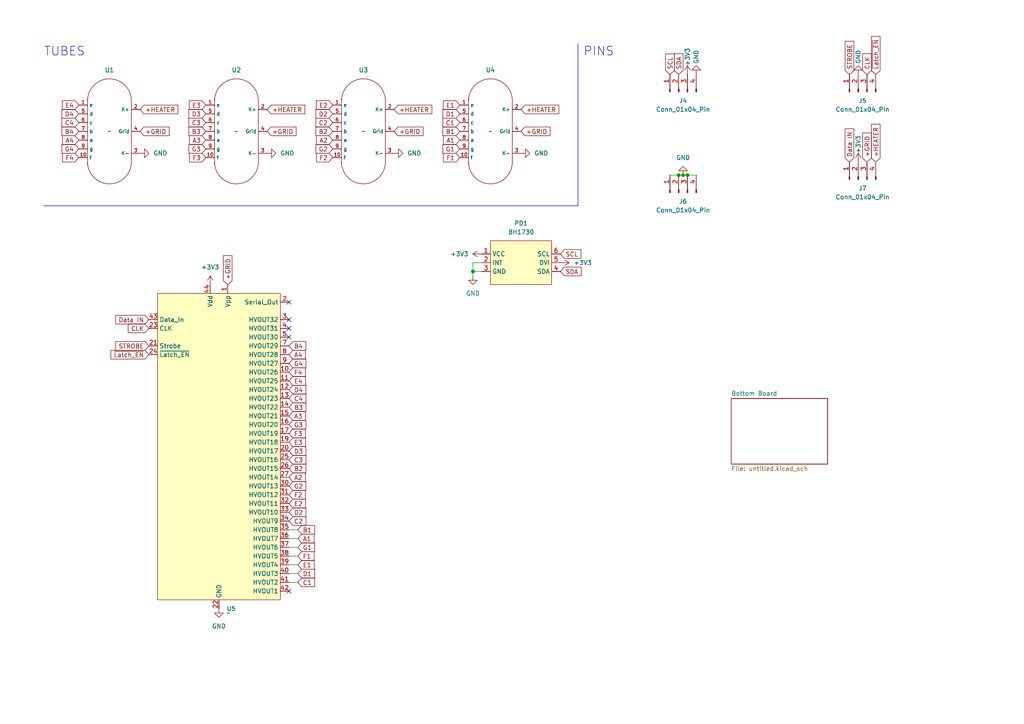
<source format=kicad_sch>
(kicad_sch (version 20231120) (generator "eeschema") (generator_version "8.0")
  (paper "A4")
  (lib_symbols
    (symbol "BH1730:BH1730"
      (property "Reference" "PD1" (at 0 11.43 0))
      (property "Value" "BH1730" (at 0 8.89 0))
      (symbol "BH1730_0_1"
        (rectangle (start -8.89 6.35) (end 8.89 -6.35) (fill (type background)))
      )
      (symbol "BH1730_1_1"
        (pin input line (at -11.43 2.54 0) (length 2.54) (name "VCC") (number "1"))
        (pin input line (at -11.43 0 0) (length 2.54) (name "INT") (number "2"))
        (pin input line (at -11.43 -2.54 0) (length 2.54) (name "GND") (number "3"))
        (pin input line (at 11.43 -2.54 180) (length 2.54) (name "SDA") (number "4"))
        (pin input line (at 11.43 0 180) (length 2.54) (name "DVI") (number "5"))
        (pin input line (at 11.43 2.54 180) (length 2.54) (name "SCL") (number "6"))
      )
    )
    (symbol "Connector:Conn_01x04_Pin" (pin_names (offset 1.016) hide)
      (property "Reference" "J" (at 0 5.08 0))
      (property "Value" "Conn_01x04_Pin" (at 0 -7.62 0))
      (symbol "Conn_01x04_Pin_1_1"
        (polyline (pts (xy 1.27 -5.08) (xy 0.8636 -5.08)) (stroke (width 0.1524)))
        (polyline (pts (xy 1.27 -2.54) (xy 0.8636 -2.54)) (stroke (width 0.1524)))
        (polyline (pts (xy 1.27 0) (xy 0.8636 0)) (stroke (width 0.1524)))
        (polyline (pts (xy 1.27 2.54) (xy 0.8636 2.54)) (stroke (width 0.1524)))
        (rectangle (start 0.8636 -4.953) (end 0 -5.207) (stroke (width 0.1524)) (fill (type outline)))
        (rectangle (start 0.8636 -2.413) (end 0 -2.667) (stroke (width 0.1524)) (fill (type outline)))
        (rectangle (start 0.8636 0.127) (end 0 -0.127) (stroke (width 0.1524)) (fill (type outline)))
        (rectangle (start 0.8636 2.667) (end 0 2.413) (stroke (width 0.1524)) (fill (type outline)))
        (pin passive line (at 5.08 2.54 180) (length 3.81) (name "Pin_1") (number "1"))
        (pin passive line (at 5.08 0 180) (length 3.81) (name "Pin_2") (number "2"))
        (pin passive line (at 5.08 -2.54 180) (length 3.81) (name "Pin_3") (number "3"))
        (pin passive line (at 5.08 -5.08 180) (length 3.81) (name "Pin_4") (number "4"))
      )
    )
    (symbol "GND_1" (power) (pin_numbers hide) (pin_names (offset 0) hide)
      (property "Value" "GND" (at 0 -3.81 0))
      (symbol "GND_1_0_1"
        (polyline (pts (xy 0 0) (xy 0 -1.27) (xy 1.27 -1.27) (xy 0 -2.54) (xy -1.27 -1.27) (xy 0 -1.27)))
      )
      (symbol "GND_1_1_1"
        (pin power_in line (at 0 0 270) (length 0) (name "~") (number "1"))
      )
    )
    (symbol "GND_2" (power) (pin_numbers hide) (pin_names (offset 0) hide)
      (property "Value" "GND" (at 0 -3.81 0))
      (symbol "GND_2_0_1"
        (polyline (pts (xy 0 0) (xy 0 -1.27) (xy 1.27 -1.27) (xy 0 -2.54) (xy -1.27 -1.27) (xy 0 -1.27)))
      )
      (symbol "GND_2_1_1"
        (pin power_in line (at 0 0 270) (length 0) (name "~") (number "1"))
      )
    )
    (symbol "IV-12_1"
      (property "Reference" "U1" (at 0 17.78 0))
      (property "Value" "~" (at 0 0 0))
      (symbol "IV-12_1_1_0"
        (polyline (pts (xy -6.35 -9.525) (xy -6.35 9.525)) (fill (type background)))
        (polyline (pts (xy 6.35 -8.89) (xy 6.35 8.89)) (fill (type background)))
      )
      (symbol "IV-12_1_1_1"
        (arc (start -6.35 -8.9177) (mid 0 -15.2401) (end 6.35 -8.9177))
        (arc (start 6.35 8.9177) (mid 0 15.2401) (end -6.35 8.9177))
        (pin passive line (at -8.89 7.62 0) (length 2.54) (name "e") (number "1"))
        (pin passive line (at -8.89 -7.62 0) (length 2.54) (name "f") (number "10"))
        (pin passive line (at 8.89 6.35 180) (length 2.54) (name "K+") (number "2"))
        (pin passive line (at 8.89 -6.35 180) (length 2.54) (name "K-") (number "3"))
        (pin passive line (at 8.89 0 180) (length 2.54) (name "Grid") (number "4"))
        (pin passive line (at -8.89 5.08 0) (length 2.54) (name "d") (number "5"))
        (pin passive line (at -8.89 2.54 0) (length 2.54) (name "c") (number "6"))
        (pin passive line (at -8.89 0 0) (length 2.54) (name "b") (number "7"))
        (pin passive line (at -8.89 -2.54 0) (length 2.54) (name "a") (number "8"))
        (pin passive line (at -8.89 -5.08 0) (length 2.54) (name "g") (number "9"))
      )
    )
    (symbol "IV-12_2"
      (property "Reference" "U2" (at 0 17.78 0))
      (property "Value" "~" (at 0 0 0))
      (symbol "IV-12_2_1_0"
        (polyline (pts (xy -6.35 -9.525) (xy -6.35 9.525)) (fill (type background)))
        (polyline (pts (xy 6.35 -8.89) (xy 6.35 8.89)) (fill (type background)))
      )
      (symbol "IV-12_2_1_1"
        (arc (start -6.35 -8.9177) (mid 0 -15.2401) (end 6.35 -8.9177))
        (arc (start 6.35 8.9177) (mid 0 15.2401) (end -6.35 8.9177))
        (pin passive line (at -8.89 7.62 0) (length 2.54) (name "e") (number "1"))
        (pin passive line (at -8.89 -7.62 0) (length 2.54) (name "f") (number "10"))
        (pin passive line (at 8.89 6.35 180) (length 2.54) (name "K+") (number "2"))
        (pin passive line (at 8.89 -6.35 180) (length 2.54) (name "K-") (number "3"))
        (pin passive line (at 8.89 0 180) (length 2.54) (name "Grid") (number "4"))
        (pin passive line (at -8.89 5.08 0) (length 2.54) (name "d") (number "5"))
        (pin passive line (at -8.89 2.54 0) (length 2.54) (name "c") (number "6"))
        (pin passive line (at -8.89 0 0) (length 2.54) (name "b") (number "7"))
        (pin passive line (at -8.89 -2.54 0) (length 2.54) (name "a") (number "8"))
        (pin passive line (at -8.89 -5.08 0) (length 2.54) (name "g") (number "9"))
      )
    )
    (symbol "IV-12_3"
      (property "Reference" "U3" (at 0 17.78 0))
      (property "Value" "~" (at 0 0 0))
      (symbol "IV-12_3_1_0"
        (polyline (pts (xy -6.35 -9.525) (xy -6.35 9.525)) (fill (type background)))
        (polyline (pts (xy 6.35 -8.89) (xy 6.35 8.89)) (fill (type background)))
      )
      (symbol "IV-12_3_1_1"
        (arc (start -6.35 -8.9177) (mid 0 -15.2401) (end 6.35 -8.9177))
        (arc (start 6.35 8.9177) (mid 0 15.2401) (end -6.35 8.9177))
        (pin passive line (at -8.89 7.62 0) (length 2.54) (name "e") (number "1"))
        (pin passive line (at -8.89 -7.62 0) (length 2.54) (name "f") (number "10"))
        (pin passive line (at 8.89 6.35 180) (length 2.54) (name "K+") (number "2"))
        (pin passive line (at 8.89 -6.35 180) (length 2.54) (name "K-") (number "3"))
        (pin passive line (at 8.89 0 180) (length 2.54) (name "Grid") (number "4"))
        (pin passive line (at -8.89 5.08 0) (length 2.54) (name "d") (number "5"))
        (pin passive line (at -8.89 2.54 0) (length 2.54) (name "c") (number "6"))
        (pin passive line (at -8.89 0 0) (length 2.54) (name "b") (number "7"))
        (pin passive line (at -8.89 -2.54 0) (length 2.54) (name "a") (number "8"))
        (pin passive line (at -8.89 -5.08 0) (length 2.54) (name "g") (number "9"))
      )
    )
    (symbol "Indicator_Tube:HV518"
      (property "Reference" "U5" (at 2.1941 -46.99 0))
      (property "Value" "~" (at 2.1941 -48.26 0))
      (symbol "HV518_1_1"
        (rectangle (start -17.78 44.45) (end 17.78 -44.45) (fill (type background)))
        (pin input line (at 2.54 46.99 270) (length 2.54) (name "Vpp") (number "1"))
        (pin input line (at 20.32 21.59 180) (length 2.54) (name "HVOUT26") (number "10"))
        (pin input line (at 20.32 19.05 180) (length 2.54) (name "HVOUT25") (number "11"))
        (pin input line (at 20.32 16.51 180) (length 2.54) (name "HVOUT24") (number "12"))
        (pin input line (at 20.32 13.97 180) (length 2.54) (name "HVOUT23") (number "13"))
        (pin input line (at 20.32 11.43 180) (length 2.54) (name "HVOUT22") (number "14"))
        (pin input line (at 20.32 8.89 180) (length 2.54) (name "HVOUT21") (number "15"))
        (pin input line (at 20.32 6.35 180) (length 2.54) (name "HVOUT20") (number "16"))
        (pin input line (at 20.32 3.81 180) (length 2.54) (name "HVOUT19") (number "17"))
        (pin input line (at 20.32 1.27 180) (length 2.54) (name "HVOUT18") (number "19"))
        (pin input line (at 20.32 41.91 180) (length 2.54) (name "Serial_Out") (number "2"))
        (pin input line (at 20.32 -1.27 180) (length 2.54) (name "HVOUT17") (number "20"))
        (pin input line (at -20.32 29.21 0) (length 2.54) (name "Strobe") (number "21"))
        (pin input line (at 0 -46.99 90) (length 2.54) (name "GND") (number "22"))
        (pin input line (at -20.32 34.29 0) (length 2.54) (name "CLK") (number "23"))
        (pin input line (at -20.32 26.67 0) (length 2.54) (name "~{Latch_EN}") (number "24"))
        (pin input line (at 20.32 -3.81 180) (length 2.54) (name "HVOUT16") (number "25"))
        (pin input line (at 20.32 -6.35 180) (length 2.54) (name "HVOUT15") (number "26"))
        (pin input line (at 20.32 -8.89 180) (length 2.54) (name "HVOUT14") (number "27"))
        (pin input line (at 20.32 36.83 180) (length 2.54) (name "HVOUT32") (number "3"))
        (pin input line (at 20.32 -11.43 180) (length 2.54) (name "HVOUT13") (number "30"))
        (pin input line (at 20.32 -13.97 180) (length 2.54) (name "HVOUT12") (number "31"))
        (pin input line (at 20.32 -16.51 180) (length 2.54) (name "HVOUT11") (number "32"))
        (pin input line (at 20.32 -19.05 180) (length 2.54) (name "HVOUT10") (number "33"))
        (pin input line (at 20.32 -21.59 180) (length 2.54) (name "HVOUT9") (number "34"))
        (pin input line (at 20.32 -24.13 180) (length 2.54) (name "HVOUT8") (number "35"))
        (pin input line (at 20.32 -26.67 180) (length 2.54) (name "HVOUT7") (number "36"))
        (pin input line (at 20.32 -29.21 180) (length 2.54) (name "HVOUT6") (number "37"))
        (pin input line (at 20.32 -31.75 180) (length 2.54) (name "HVOUT5") (number "38"))
        (pin input line (at 20.32 -34.29 180) (length 2.54) (name "HVOUT4") (number "39"))
        (pin input line (at 20.32 34.29 180) (length 2.54) (name "HVOUT31") (number "4"))
        (pin input line (at 20.32 -36.83 180) (length 2.54) (name "HVOUT3") (number "40"))
        (pin input line (at 20.32 -39.37 180) (length 2.54) (name "HVOUT2") (number "41"))
        (pin input line (at 20.32 -41.91 180) (length 2.54) (name "HVOUT1") (number "42"))
        (pin input line (at -20.32 36.83 0) (length 2.54) (name "Data_In") (number "43"))
        (pin input line (at -2.54 46.99 270) (length 2.54) (name "Vdd") (number "44"))
        (pin input line (at 20.32 31.75 180) (length 2.54) (name "HVOUT30") (number "5"))
        (pin input line (at 20.32 29.21 180) (length 2.54) (name "HVOUT29") (number "7"))
        (pin input line (at 20.32 26.67 180) (length 2.54) (name "HVOUT28") (number "8"))
        (pin input line (at 20.32 24.13 180) (length 2.54) (name "HVOUT27") (number "9"))
      )
    )
    (symbol "Indicator_Tube:IV-12"
      (property "Reference" "U4" (at 0 17.78 0))
      (property "Value" "~" (at 0 0 0))
      (symbol "IV-12_1_0"
        (polyline (pts (xy -6.35 -9.525) (xy -6.35 9.525)) (fill (type background)))
        (polyline (pts (xy 6.35 -8.89) (xy 6.35 8.89)) (fill (type background)))
      )
      (symbol "IV-12_1_1"
        (arc (start -6.35 -8.9177) (mid 0 -15.2401) (end 6.35 -8.9177))
        (arc (start 6.35 8.9177) (mid 0 15.2401) (end -6.35 8.9177))
        (pin passive line (at -8.89 7.62 0) (length 2.54) (name "e") (number "1"))
        (pin passive line (at -8.89 -7.62 0) (length 2.54) (name "f") (number "10"))
        (pin passive line (at 8.89 6.35 180) (length 2.54) (name "K+") (number "2"))
        (pin passive line (at 8.89 -6.35 180) (length 2.54) (name "K-") (number "3"))
        (pin passive line (at 8.89 0 180) (length 2.54) (name "Grid") (number "4"))
        (pin passive line (at -8.89 5.08 0) (length 2.54) (name "d") (number "5"))
        (pin passive line (at -8.89 2.54 0) (length 2.54) (name "c") (number "6"))
        (pin passive line (at -8.89 0 0) (length 2.54) (name "b") (number "7"))
        (pin passive line (at -8.89 -2.54 0) (length 2.54) (name "a") (number "8"))
        (pin passive line (at -8.89 -5.08 0) (length 2.54) (name "g") (number "9"))
      )
    )
    (symbol "power:+3V3" (power) (pin_names (offset 0))
      (property "Value" "+3V3" (at 0 3.556 0))
      (symbol "+3V3_0_1"
        (polyline (pts (xy -0.762 1.27) (xy 0 2.54)))
        (polyline (pts (xy 0 0) (xy 0 2.54)))
        (polyline (pts (xy 0 2.54) (xy 0.762 1.27)))
      )
      (symbol "+3V3_1_1"
        (pin power_in line (at 0 0 90) (length 0) hide (name "+3V3") (number "1"))
      )
    )
    (symbol "power:GND" (power) (pin_names (offset 0))
      (property "Value" "GND" (at 0 -3.81 0))
      (symbol "GND_0_1"
        (polyline (pts (xy 0 0) (xy 0 -1.27) (xy 1.27 -1.27) (xy 0 -2.54) (xy -1.27 -1.27) (xy 0 -1.27)))
      )
      (symbol "GND_1_1"
        (pin power_in line (at 0 0 270) (length 0) hide (name "GND") (number "1"))
      )
    )
  )
  (junction (at 199.39 50.8))
  (junction (at 137.16 78.74))
  (junction (at 198.12 50.8))
  (junction (at 196.85 50.8))
  (no_connect (at 83.82 95.25))
  (no_connect (at 83.82 87.63))
  (no_connect (at 83.82 92.71))
  (no_connect (at 83.82 97.79))
  (no_connect (at 83.82 171.45))
  (wire (pts (xy 83.82 166.37) (xy 86.36 166.37)))
  (wire (pts (xy 137.16 78.74) (xy 137.16 80.01)))
  (wire (pts (xy 198.12 50.8) (xy 199.39 50.8)))
  (wire (pts (xy 83.82 158.75) (xy 86.36 158.75)))
  (wire (pts (xy 83.82 153.67) (xy 86.36 153.67)))
  (wire (pts (xy 196.85 50.8) (xy 198.12 50.8)))
  (wire (pts (xy 194.31 50.8) (xy 196.85 50.8)))
  (wire (pts (xy 83.82 156.21) (xy 86.36 156.21)))
  (wire (pts (xy 83.82 168.91) (xy 86.36 168.91)))
  (wire (pts (xy 199.39 50.8) (xy 201.93 50.8)))
  (polyline (pts (xy 167.64 12.7) (xy 167.64 59.69)))
  (polyline (pts (xy 12.7 59.69) (xy 167.64 59.69)))
  (wire (pts (xy 137.16 76.2) (xy 137.16 78.74)))
  (wire (pts (xy 83.82 163.83) (xy 86.36 163.83)))
  (wire (pts (xy 139.7 76.2) (xy 137.16 76.2)))
  (wire (pts (xy 139.7 78.74) (xy 137.16 78.74)))
  (wire (pts (xy 83.82 161.29) (xy 86.36 161.29)))
  (text "TUBES" (at 12.7 16.51 0) (effects (font (size 2.54 2.54)) (justify left bottom)))
  (text "PINS" (at 169.164 16.51 0) (effects (font (size 2.54 2.54)) (justify left bottom)))
  (global_label "+HEATER" (shape input) (at 40.64 31.75 0) (property "Intersheetrefs" "${INTERSHEET_REFS}" (effects (hide yes))))
  (global_label "+GRID" (shape input) (at 77.47 38.1 0) (property "Intersheetrefs" "${INTERSHEET_REFS}" (effects (hide yes))))
  (global_label "D2" (shape input) (at 83.82 148.59 0) (property "Intersheetrefs" "${INTERSHEET_REFS}" (effects (hide yes))))
  (global_label "A1" (shape input) (at 86.36 156.21 0) (property "Intersheetrefs" "${INTERSHEET_REFS}" (effects (hide yes))))
  (global_label "+GRID" (shape input) (at 114.3 38.1 0) (property "Intersheetrefs" "${INTERSHEET_REFS}" (effects (hide yes))))
  (global_label "C4" (shape input) (at 22.86 35.56 180) (property "Intersheetrefs" "${INTERSHEET_REFS}" (effects (hide yes))))
  (global_label "SDA" (shape input) (at 196.85 21.59 90) (property "Intersheetrefs" "${INTERSHEET_REFS}" (effects (hide yes))))
  (global_label "F4" (shape input) (at 83.82 107.95 0) (property "Intersheetrefs" "${INTERSHEET_REFS}" (effects (hide yes))))
  (global_label "E4" (shape input) (at 83.82 110.49 0) (property "Intersheetrefs" "${INTERSHEET_REFS}" (effects (hide yes))))
  (global_label "CLK" (shape input) (at 251.46 21.59 90) (property "Intersheetrefs" "${INTERSHEET_REFS}" (effects (hide yes))))
  (global_label "F2" (shape input) (at 96.52 45.72 180) (property "Intersheetrefs" "${INTERSHEET_REFS}" (effects (hide yes))))
  (global_label "G1" (shape input) (at 133.35 43.18 180) (property "Intersheetrefs" "${INTERSHEET_REFS}" (effects (hide yes))))
  (global_label "B1" (shape input) (at 133.35 38.1 180) (property "Intersheetrefs" "${INTERSHEET_REFS}" (effects (hide yes))))
  (global_label "B4" (shape input) (at 83.82 100.33 0) (property "Intersheetrefs" "${INTERSHEET_REFS}" (effects (hide yes))))
  (global_label "E3" (shape input) (at 59.69 30.48 180) (property "Intersheetrefs" "${INTERSHEET_REFS}" (effects (hide yes))))
  (global_label "G4" (shape input) (at 83.82 105.41 0) (property "Intersheetrefs" "${INTERSHEET_REFS}" (effects (hide yes))))
  (global_label "G2" (shape input) (at 83.82 140.97 0) (property "Intersheetrefs" "${INTERSHEET_REFS}" (effects (hide yes))))
  (global_label "G3" (shape input) (at 83.82 123.19 0) (property "Intersheetrefs" "${INTERSHEET_REFS}" (effects (hide yes))))
  (global_label "E3" (shape input) (at 83.82 128.27 0) (property "Intersheetrefs" "${INTERSHEET_REFS}" (effects (hide yes))))
  (global_label "+HEATER" (shape input) (at 77.47 31.75 0) (property "Intersheetrefs" "${INTERSHEET_REFS}" (effects (hide yes))))
  (global_label "D1" (shape input) (at 133.35 33.02 180) (property "Intersheetrefs" "${INTERSHEET_REFS}" (effects (hide yes))))
  (global_label "E1" (shape input) (at 86.36 163.83 0) (property "Intersheetrefs" "${INTERSHEET_REFS}" (effects (hide yes))))
  (global_label "+GRID" (shape input) (at 151.13 38.1 0) (property "Intersheetrefs" "${INTERSHEET_REFS}" (effects (hide yes))))
  (global_label "D3" (shape input) (at 59.69 33.02 180) (property "Intersheetrefs" "${INTERSHEET_REFS}" (effects (hide yes))))
  (global_label "C3" (shape input) (at 83.82 133.35 0) (property "Intersheetrefs" "${INTERSHEET_REFS}" (effects (hide yes))))
  (global_label "F3" (shape input) (at 59.69 45.72 180) (property "Intersheetrefs" "${INTERSHEET_REFS}" (effects (hide yes))))
  (global_label "D4" (shape input) (at 83.82 113.03 0) (property "Intersheetrefs" "${INTERSHEET_REFS}" (effects (hide yes))))
  (global_label "B3" (shape input) (at 59.69 38.1 180) (property "Intersheetrefs" "${INTERSHEET_REFS}" (effects (hide yes))))
  (global_label "~{Latch_EN}" (shape input) (at 43.18 102.87 180) (property "Intersheetrefs" "${INTERSHEET_REFS}" (effects (hide yes))))
  (global_label "E2" (shape input) (at 83.82 146.05 0) (property "Intersheetrefs" "${INTERSHEET_REFS}" (effects (hide yes))))
  (global_label "D3" (shape input) (at 83.82 130.81 0) (property "Intersheetrefs" "${INTERSHEET_REFS}" (effects (hide yes))))
  (global_label "B3" (shape input) (at 83.82 118.11 0) (property "Intersheetrefs" "${INTERSHEET_REFS}" (effects (hide yes))))
  (global_label "F1" (shape input) (at 133.35 45.72 180) (property "Intersheetrefs" "${INTERSHEET_REFS}" (effects (hide yes))))
  (global_label "A2" (shape input) (at 96.52 40.64 180) (property "Intersheetrefs" "${INTERSHEET_REFS}" (effects (hide yes))))
  (global_label "G3" (shape input) (at 59.69 43.18 180) (property "Intersheetrefs" "${INTERSHEET_REFS}" (effects (hide yes))))
  (global_label "E2" (shape input) (at 96.52 30.48 180) (property "Intersheetrefs" "${INTERSHEET_REFS}" (effects (hide yes))))
  (global_label "F2" (shape input) (at 83.82 143.51 0) (property "Intersheetrefs" "${INTERSHEET_REFS}" (effects (hide yes))))
  (global_label "C4" (shape input) (at 83.82 115.57 0) (property "Intersheetrefs" "${INTERSHEET_REFS}" (effects (hide yes))))
  (global_label "C1" (shape input) (at 133.35 35.56 180) (property "Intersheetrefs" "${INTERSHEET_REFS}" (effects (hide yes))))
  (global_label "A3" (shape input) (at 83.82 120.65 0) (property "Intersheetrefs" "${INTERSHEET_REFS}" (effects (hide yes))))
  (global_label "CLK" (shape input) (at 43.18 95.25 180) (property "Intersheetrefs" "${INTERSHEET_REFS}" (effects (hide yes))))
  (global_label "A3" (shape input) (at 59.69 40.64 180) (property "Intersheetrefs" "${INTERSHEET_REFS}" (effects (hide yes))))
  (global_label "B2" (shape input) (at 96.52 38.1 180) (property "Intersheetrefs" "${INTERSHEET_REFS}" (effects (hide yes))))
  (global_label "F3" (shape input) (at 83.82 125.73 0) (property "Intersheetrefs" "${INTERSHEET_REFS}" (effects (hide yes))))
  (global_label "B1" (shape input) (at 86.36 153.67 0) (property "Intersheetrefs" "${INTERSHEET_REFS}" (effects (hide yes))))
  (global_label "Data IN" (shape input) (at 246.38 46.99 90) (property "Intersheetrefs" "${INTERSHEET_REFS}" (effects (hide yes))))
  (global_label "SDA" (shape input) (at 162.56 78.74 0) (property "Intersheetrefs" "${INTERSHEET_REFS}" (effects (hide yes))))
  (global_label "A2" (shape input) (at 83.82 138.43 0) (property "Intersheetrefs" "${INTERSHEET_REFS}" (effects (hide yes))))
  (global_label "+GRID" (shape input) (at 66.04 82.55 90) (property "Intersheetrefs" "${INTERSHEET_REFS}" (effects (hide yes))))
  (global_label "B2" (shape input) (at 83.82 135.89 0) (property "Intersheetrefs" "${INTERSHEET_REFS}" (effects (hide yes))))
  (global_label "F1" (shape input) (at 86.36 161.29 0) (property "Intersheetrefs" "${INTERSHEET_REFS}" (effects (hide yes))))
  (global_label "SCL" (shape input) (at 162.56 73.66 0) (property "Intersheetrefs" "${INTERSHEET_REFS}" (effects (hide yes))))
  (global_label "E1" (shape input) (at 133.35 30.48 180) (property "Intersheetrefs" "${INTERSHEET_REFS}" (effects (hide yes))))
  (global_label "G4" (shape input) (at 22.86 43.18 180) (property "Intersheetrefs" "${INTERSHEET_REFS}" (effects (hide yes))))
  (global_label "D2" (shape input) (at 96.52 33.02 180) (property "Intersheetrefs" "${INTERSHEET_REFS}" (effects (hide yes))))
  (global_label "B4" (shape input) (at 22.86 38.1 180) (property "Intersheetrefs" "${INTERSHEET_REFS}" (effects (hide yes))))
  (global_label "+GRID" (shape input) (at 251.46 46.99 90) (property "Intersheetrefs" "${INTERSHEET_REFS}" (effects (hide yes))))
  (global_label "C1" (shape input) (at 86.36 168.91 0) (property "Intersheetrefs" "${INTERSHEET_REFS}" (effects (hide yes))))
  (global_label "+HEATER" (shape input) (at 151.13 31.75 0) (property "Intersheetrefs" "${INTERSHEET_REFS}" (effects (hide yes))))
  (global_label "D4" (shape input) (at 22.86 33.02 180) (property "Intersheetrefs" "${INTERSHEET_REFS}" (effects (hide yes))))
  (global_label "STROBE" (shape input) (at 43.18 100.33 180) (property "Intersheetrefs" "${INTERSHEET_REFS}" (effects (hide yes))))
  (global_label "D1" (shape input) (at 86.36 166.37 0) (property "Intersheetrefs" "${INTERSHEET_REFS}" (effects (hide yes))))
  (global_label "+HEATER" (shape input) (at 254 46.99 90) (property "Intersheetrefs" "${INTERSHEET_REFS}" (effects (hide yes))))
  (global_label "F4" (shape input) (at 22.86 45.72 180) (property "Intersheetrefs" "${INTERSHEET_REFS}" (effects (hide yes))))
  (global_label "A4" (shape input) (at 22.86 40.64 180) (property "Intersheetrefs" "${INTERSHEET_REFS}" (effects (hide yes))))
  (global_label "Data IN" (shape input) (at 43.18 92.71 180) (property "Intersheetrefs" "${INTERSHEET_REFS}" (effects (hide yes))))
  (global_label "C3" (shape input) (at 59.69 35.56 180) (property "Intersheetrefs" "${INTERSHEET_REFS}" (effects (hide yes))))
  (global_label "+HEATER" (shape input) (at 114.3 31.75 0) (property "Intersheetrefs" "${INTERSHEET_REFS}" (effects (hide yes))))
  (global_label "SCL" (shape input) (at 194.31 21.59 90) (property "Intersheetrefs" "${INTERSHEET_REFS}" (effects (hide yes))))
  (global_label "STROBE" (shape input) (at 246.38 21.59 90) (property "Intersheetrefs" "${INTERSHEET_REFS}" (effects (hide yes))))
  (global_label "A4" (shape input) (at 83.82 102.87 0) (property "Intersheetrefs" "${INTERSHEET_REFS}" (effects (hide yes))))
  (global_label "G2" (shape input) (at 96.52 43.18 180) (property "Intersheetrefs" "${INTERSHEET_REFS}" (effects (hide yes))))
  (global_label "+GRID" (shape input) (at 40.64 38.1 0) (property "Intersheetrefs" "${INTERSHEET_REFS}" (effects (hide yes))))
  (global_label "A1" (shape input) (at 133.35 40.64 180) (property "Intersheetrefs" "${INTERSHEET_REFS}" (effects (hide yes))))
  (global_label "C2" (shape input) (at 83.82 151.13 0) (property "Intersheetrefs" "${INTERSHEET_REFS}" (effects (hide yes))))
  (global_label "C2" (shape input) (at 96.52 35.56 180) (property "Intersheetrefs" "${INTERSHEET_REFS}" (effects (hide yes))))
  (global_label "G1" (shape input) (at 86.36 158.75 0) (property "Intersheetrefs" "${INTERSHEET_REFS}" (effects (hide yes))))
  (global_label "E4" (shape input) (at 22.86 30.48 180) (property "Intersheetrefs" "${INTERSHEET_REFS}" (effects (hide yes))))
  (global_label "~{Latch_EN}" (shape input) (at 254 21.59 90) (property "Intersheetrefs" "${INTERSHEET_REFS}" (effects (hide yes))))
  (symbol (lib_id "Connector:Conn_01x04_Pin") (at 196.85 26.67 90) (unit 1)
    (property "Reference" "J4" (at 198.12 29.21 90))
    (property "Value" "Conn_01x04_Pin" (at 198.12 31.75 90))
    (property "Footprint" "Connector_PinHeader_2.54mm:PinHeader_1x04_P2.54mm_Vertical_SMD_Pin1Left" (effects (hide yes)))
  )
  (symbol (lib_id "power:GND") (at 114.3 44.45 90) (unit 1)
    (property "Reference" "#PWR04" (effects (hide yes)))
    (property "Value" "GND" (at 118.11 44.45 90) (effects (justify right)))
  )
  (symbol (lib_id "power:+3V3") (at 199.39 21.59 0) (unit 1)
    (property "Reference" "#PWR02" (effects (hide yes)))
    (property "Value" "+3V3" (at 199.39 16.51 90))
  )
  (symbol (lib_id "power:GND") (at 248.92 21.59 180) (unit 1)
    (property "Reference" "#PWR039" (effects (hide yes)))
    (property "Value" "GND" (at 248.92 16.51 90))
  )
  (symbol (lib_name "IV-12_2") (lib_id "Indicator_Tube:IV-12") (at 68.58 38.1 0) (unit 1)
    (property "Reference" "U2" (at 68.58 20.32 0))
    (property "Value" "~" (at 68.58 38.1 0))
    (property "Footprint" "Indicator-Tube:IV-12 (From Real Measurements)" (effects (hide yes)))
  )
  (symbol (lib_id "power:+3V3") (at 248.92 46.99 0) (mirror y) (unit 1)
    (property "Reference" "#PWR026" (effects (hide yes)))
    (property "Value" "+3V3" (at 248.92 41.91 90))
  )
  (symbol (lib_id "power:+3V3") (at 60.96 82.55 0) (unit 1)
    (property "Reference" "#PWR014" (effects (hide yes)))
    (property "Value" "+3V3" (at 60.96 77.47 0))
  )
  (symbol (lib_name "IV-12_3") (lib_id "Indicator_Tube:IV-12") (at 105.41 38.1 0) (unit 1)
    (property "Reference" "U3" (at 105.41 20.32 0))
    (property "Value" "~" (at 105.41 38.1 0))
    (property "Footprint" "Indicator-Tube:IV-12 (From Real Measurements)" (effects (hide yes)))
  )
  (symbol (lib_name "IV-12_1") (lib_id "Indicator_Tube:IV-12") (at 31.75 38.1 0) (unit 1)
    (property "Reference" "U1" (at 31.75 20.32 0))
    (property "Value" "~" (at 31.75 38.1 0))
    (property "Footprint" "Indicator-Tube:IV-12 (From Real Measurements)" (effects (hide yes)))
  )
  (symbol (lib_id "power:GND") (at 151.13 44.45 90) (unit 1)
    (property "Reference" "#PWR03" (effects (hide yes)))
    (property "Value" "GND" (at 154.94 44.45 90) (effects (justify right)))
  )
  (symbol (lib_id "Connector:Conn_01x04_Pin") (at 248.92 52.07 90) (unit 1)
    (property "Reference" "J7" (at 250.19 54.61 90))
    (property "Value" "Conn_01x04_Pin" (at 250.19 57.15 90))
    (property "Footprint" "Connector_PinHeader_2.54mm:PinHeader_1x04_P2.54mm_Vertical_SMD_Pin1Left" (effects (hide yes)))
  )
  (symbol (lib_id "Indicator_Tube:HV518") (at 63.5 129.54 0) (unit 1)
    (property "Reference" "U5" (at 65.6941 176.53 0) (effects (justify left)))
    (property "Value" "~" (at 65.6941 177.8 0) (effects (justify left)))
    (property "Footprint" "Package_LCC:PLCC-44" (effects (hide yes)))
  )
  (symbol (lib_id "power:+3V3") (at 139.7 73.66 90) (unit 1)
    (property "Reference" "#PWR011" (effects (hide yes)))
    (property "Value" "+3V3" (at 135.89 73.66 90) (effects (justify left)))
  )
  (symbol (lib_id "power:GND") (at 137.16 80.01 0) (unit 1)
    (property "Reference" "#PWR010" (effects (hide yes)))
    (property "Value" "GND" (at 137.16 85.09 0))
  )
  (symbol (lib_name "GND_2") (lib_id "power:GND") (at 198.12 50.8 180) (unit 1)
    (property "Reference" "#PWR040" (effects (hide yes)))
    (property "Value" "GND" (at 198.12 45.72 0))
    (property "Description" "Power symbol creates a global label with name \"GND\" , ground" (effects (hide yes)))
  )
  (symbol (lib_id "Indicator_Tube:IV-12") (at 142.24 38.1 0) (unit 1)
    (property "Reference" "U4" (at 142.24 20.32 0))
    (property "Value" "~" (at 142.24 38.1 0))
    (property "Footprint" "Indicator-Tube:IV-12 (From Real Measurements)" (effects (hide yes)))
  )
  (symbol (lib_id "power:GND") (at 77.47 44.45 90) (unit 1)
    (property "Reference" "#PWR05" (effects (hide yes)))
    (property "Value" "GND" (at 81.28 44.45 90) (effects (justify right)))
  )
  (symbol (lib_id "power:+3V3") (at 162.56 76.2 270) (unit 1)
    (property "Reference" "#PWR012" (effects (hide yes)))
    (property "Value" "+3V3" (at 166.37 76.2 90) (effects (justify left)))
  )
  (symbol (lib_id "Connector:Conn_01x04_Pin") (at 248.92 26.67 90) (unit 1)
    (property "Reference" "J5" (at 250.19 29.21 90))
    (property "Value" "Conn_01x04_Pin" (at 250.19 31.75 90))
    (property "Footprint" "Connector_PinHeader_2.54mm:PinHeader_1x04_P2.54mm_Vertical_SMD_Pin1Left" (effects (hide yes)))
  )
  (symbol (lib_id "power:GND") (at 201.93 21.59 180) (unit 1)
    (property "Reference" "#PWR07" (effects (hide yes)))
    (property "Value" "GND" (at 201.93 16.51 90))
  )
  (symbol (lib_name "GND_1") (lib_id "power:GND") (at 63.5 176.53 0) (unit 1)
    (property "Reference" "#PWR037" (effects (hide yes)))
    (property "Value" "GND" (at 63.5 181.61 0))
    (property "Description" "Power symbol creates a global label with name \"GND\" , ground" (effects (hide yes)))
  )
  (symbol (lib_id "power:GND") (at 40.64 44.45 90) (unit 1)
    (property "Reference" "#PWR06" (effects (hide yes)))
    (property "Value" "GND" (at 44.45 44.45 90) (effects (justify right)))
  )
  (symbol (lib_id "BH1730:BH1730") (at 151.13 76.2 0) (unit 1)
    (property "Reference" "PD1" (at 151.13 64.77 0))
    (property "Value" "BH1730" (at 151.13 67.31 0))
    (property "Footprint" "Sensor_Ambient:WSOF6" (effects (hide yes)))
  )
  (symbol (lib_id "Connector:Conn_01x04_Pin") (at 196.85 55.88 90) (unit 1)
    (property "Reference" "J6" (at 198.12 58.42 90))
    (property "Value" "Conn_01x04_Pin" (at 198.12 60.96 90))
    (property "Footprint" "Connector_PinHeader_2.54mm:PinHeader_1x04_P2.54mm_Vertical_SMD_Pin1Left" (effects (hide yes)))
  )
  (sheet (at 212.09 115.57) (size 27.94 19.05) (stroke (width 0.1524))
    (property "Sheetname" "Bottom Board" (at 212.09 114.8584 0) (effects (justify left bottom)))
    (property "Sheetfile" "untitled.kicad_sch" (at 212.09 135.2046 0) (effects (justify left top)))
  )
)
</source>
